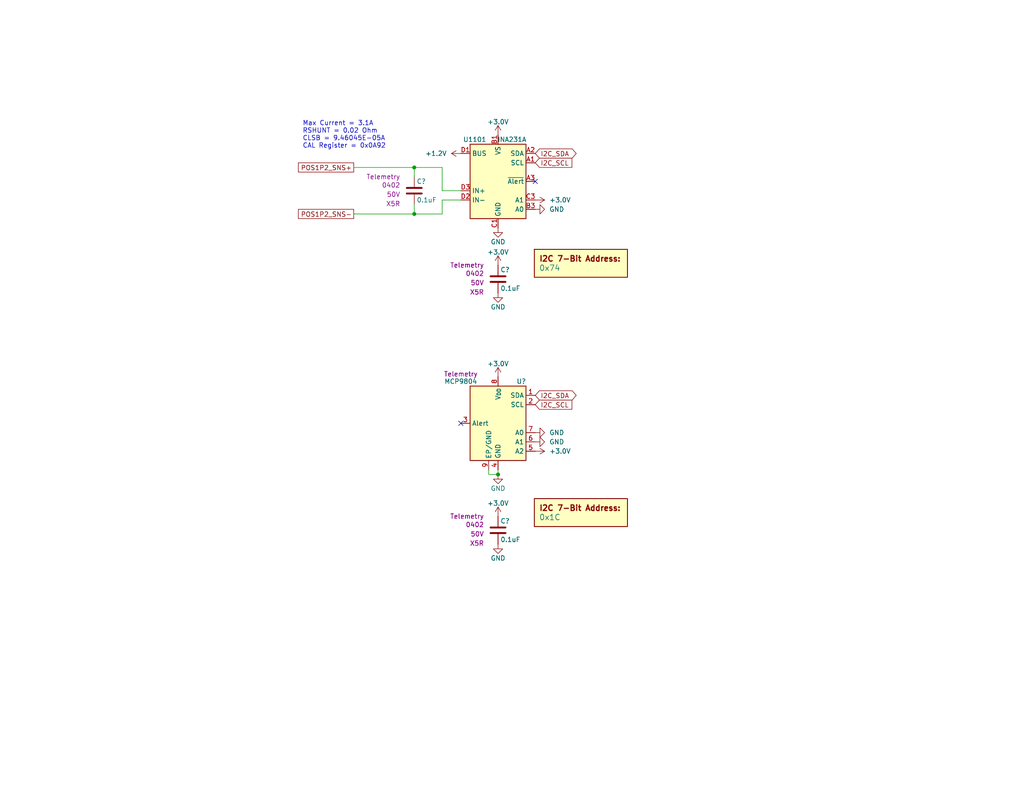
<source format=kicad_sch>
(kicad_sch (version 20231120) (generator "eeschema") (generator_version "8.0")
  (paper "A")
  (title_block (title "Thermal Camera") (date "2024-09-20") (rev "A") (company "Drew Maatman and Michael Laffin"))
  (lib_symbols
    (symbol "Custom Library:+1.2V" (power) (pin_names (offset 0))
      (property "Value" "+1.2V" (at 0 3.556 0))
      (symbol "+1.2V_0_1"
        (polyline (pts (xy -0.762 1.27) (xy 0 2.54)))
        (polyline (pts (xy 0 0) (xy 0 2.54)))
        (polyline (pts (xy 0 2.54) (xy 0.762 1.27)))
      )
      (symbol "+1.2V_1_1"
        (pin power_in line (at 0 0 90) (length 0) hide (name "+1.2V") (number "1"))
      )
    )
    (symbol "Custom Library:+3.0V" (power) (pin_names (offset 0))
      (property "Value" "+3.0V" (at 0 3.556 0))
      (symbol "+3.0V_0_1"
        (polyline (pts (xy -0.762 1.27) (xy 0 2.54)))
        (polyline (pts (xy 0 0) (xy 0 2.54)))
        (polyline (pts (xy 0 2.54) (xy 0.762 1.27)))
      )
      (symbol "+3.0V_1_1"
        (pin power_in line (at 0 0 90) (length 0) hide (name "+3.0V") (number "1"))
      )
    )
    (symbol "Custom Library:INA231A"
      (property "Reference" "U" (at -6.35 11.43 0))
      (property "Value" "INA231A" (at 3.81 11.43 0))
      (symbol "INA231A_0_1"
        (rectangle (start 7.62 10.16) (end -7.62 -10.16) (stroke (width 0.254)) (fill (type background)))
      )
      (symbol "INA231A_1_1"
        (pin input line (at 10.16 5.08 180) (length 2.54) (name "SCL") (number "A1"))
        (pin bidirectional line (at 10.16 7.62 180) (length 2.54) (name "SDA") (number "A2"))
        (pin open_collector line (at 10.16 0 180) (length 2.54) (name "~{Alert}") (number "A3"))
        (pin power_in line (at 0 12.7 270) (length 2.54) (name "VS") (number "B1"))
        (pin no_connect line (at 2.54 -12.7 90) (length 2.54) hide (name "NC") (number "B2"))
        (pin input line (at 10.16 -7.62 180) (length 2.54) (name "A0") (number "B3"))
        (pin power_in line (at 0 -12.7 90) (length 2.54) (name "GND") (number "C1"))
        (pin no_connect line (at 5.08 -12.7 90) (length 2.54) hide (name "NC") (number "C2"))
        (pin input line (at 10.16 -5.08 180) (length 2.54) (name "A1") (number "C3"))
        (pin input line (at -10.16 7.62 0) (length 2.54) (name "BUS") (number "D1"))
        (pin input line (at -10.16 -5.08 0) (length 2.54) (name "IN-") (number "D2"))
        (pin input line (at -10.16 -2.54 0) (length 2.54) (name "IN+") (number "D3"))
      )
    )
    (symbol "Custom_Library:C_Custom" (pin_numbers hide) (pin_names (offset 0.254))
      (property "Reference" "C" (at 0.635 2.54 0))
      (property "Value" "Custom_Library_C_Custom" (at 0.635 -2.54 0))
      (property "display_footprint" "Foot" (at -3.81 2.54 0))
      (property "Voltage" "V" (at -3.81 0 0))
      (property "Dielectric" "Er" (at -3.81 -2.54 0))
      (symbol "C_Custom_0_1"
        (polyline (pts (xy -2.032 -0.762) (xy 2.032 -0.762)) (stroke (width 0.508)))
        (polyline (pts (xy -2.032 0.762) (xy 2.032 0.762)) (stroke (width 0.508)))
      )
      (symbol "C_Custom_1_1"
        (pin passive line (at 0 3.81 270) (length 2.794) (name "~") (number "1"))
        (pin passive line (at 0 -3.81 90) (length 2.794) (name "~") (number "2"))
      )
    )
    (symbol "Custom_Library:I2C_Address" (pin_names (offset 1.016))
      (property "Value" "Custom_Library_I2C_Address" (at -11.43 0 0))
      (symbol "I2C_Address_0_0"
        (rectangle (start -12.7 5.08) (end 12.7 -2.54) (stroke (width 0.254)) (fill (type background)))
        (text "I2C 7-Bit Address:" (at -11.43 2.54 0) (effects (font (size 1.524 1.524) (bold yes)) (justify left)))
      )
    )
    (symbol "Sensor_Temperature:MCP9804_DFN"
      (property "Reference" "U" (at -6.35 11.43 0))
      (property "Value" "MCP9804_DFN" (at 10.16 11.43 0))
      (symbol "MCP9804_DFN_0_1"
        (rectangle (start -7.62 10.16) (end 7.62 -10.16) (stroke (width 0.254)) (fill (type background)))
      )
      (symbol "MCP9804_DFN_1_1"
        (pin bidirectional line (at -10.16 7.62 0) (length 2.54) (name "SDA") (number "1"))
        (pin input line (at -10.16 5.08 0) (length 2.54) (name "SCL") (number "2"))
        (pin output line (at 10.16 0 180) (length 2.54) (name "Alert") (number "3"))
        (pin power_in line (at 0 -12.7 90) (length 2.54) (name "GND") (number "4"))
        (pin input line (at -10.16 -7.62 0) (length 2.54) (name "A2") (number "5"))
        (pin input line (at -10.16 -5.08 0) (length 2.54) (name "A1") (number "6"))
        (pin input line (at -10.16 -2.54 0) (length 2.54) (name "A0") (number "7"))
        (pin power_in line (at 0 12.7 270) (length 2.54) (name "V_{DD}") (number "8"))
        (pin power_in line (at 2.54 -12.7 90) (length 2.54) (name "EP/GND") (number "9"))
      )
    )
    (symbol "power:GND" (power) (pin_names (offset 0))
      (property "Value" "GND" (at 0 -3.81 0))
      (symbol "GND_0_1"
        (polyline (pts (xy 0 0) (xy 0 -1.27) (xy 1.27 -1.27) (xy 0 -2.54) (xy -1.27 -1.27) (xy 0 -1.27)))
      )
      (symbol "GND_1_1"
        (pin power_in line (at 0 0 270) (length 0) hide (name "GND") (number "1"))
      )
    )
  )
  (junction (at 135.89 129.54))
  (junction (at 113.03 45.72))
  (junction (at 113.03 58.42))
  (no_connect (at 125.73 115.57))
  (no_connect (at 146.05 49.53))
  (wire (pts (xy 135.89 129.54) (xy 135.89 128.27)))
  (wire (pts (xy 120.65 54.61) (xy 120.65 58.42)))
  (wire (pts (xy 120.65 45.72) (xy 113.03 45.72)))
  (wire (pts (xy 113.03 55.88) (xy 113.03 58.42)))
  (wire (pts (xy 120.65 58.42) (xy 113.03 58.42)))
  (wire (pts (xy 135.89 129.54) (xy 133.35 129.54)))
  (wire (pts (xy 120.65 54.61) (xy 125.73 54.61)))
  (wire (pts (xy 125.73 52.07) (xy 120.65 52.07)))
  (wire (pts (xy 96.52 58.42) (xy 113.03 58.42)))
  (wire (pts (xy 113.03 48.26) (xy 113.03 45.72)))
  (wire (pts (xy 120.65 52.07) (xy 120.65 45.72)))
  (wire (pts (xy 96.52 45.72) (xy 113.03 45.72)))
  (wire (pts (xy 133.35 129.54) (xy 133.35 128.27)))
  (text "Max Current = 3.1A\nRSHUNT = 0.02 Ohm\nCLSB = 9.46045E-05A\nCAL Register = 0x0A92" (at 82.55 40.64 0) (effects (font (size 1.27 1.27)) (justify left bottom)))
  (global_label "I2C_SCL" (shape input) (at 146.05 110.49 0) (property "Intersheetrefs" "${INTERSHEET_REFS}" (effects (hide yes))))
  (global_label "POS1P2_SNS+" (shape passive) (at 96.52 45.72 180) (property "Intersheetrefs" "${INTERSHEET_REFS}" (effects (hide yes))))
  (global_label "I2C_SCL" (shape input) (at 146.05 44.45 0) (property "Intersheetrefs" "${INTERSHEET_REFS}" (effects (hide yes))))
  (global_label "POS1P2_SNS-" (shape passive) (at 96.52 58.42 180) (property "Intersheetrefs" "${INTERSHEET_REFS}" (effects (hide yes))))
  (global_label "I2C_SDA" (shape bidirectional) (at 146.05 107.95 0) (property "Intersheetrefs" "${INTERSHEET_REFS}" (effects (hide yes))))
  (global_label "I2C_SDA" (shape bidirectional) (at 146.05 41.91 0) (property "Intersheetrefs" "${INTERSHEET_REFS}" (effects (hide yes))))
  (symbol (lib_id "Custom Library:+3.0V") (at 146.05 54.61 270) (unit 1)
    (property "Reference" "#PWR01110" (effects (hide yes)))
    (property "Value" "+3.0V" (at 149.86 54.6099 90) (effects (justify left)))
  )
  (symbol (lib_id "Custom Library:+3.0V") (at 135.89 102.87 0) (unit 1)
    (property "Reference" "#PWR01106" (effects (hide yes)))
    (property "Value" "+3.0V" (at 135.89 99.314 0))
  )
  (symbol (lib_id "Custom Library:+3.0V") (at 135.89 140.97 0) (unit 1)
    (property "Reference" "#PWR01108" (effects (hide yes)))
    (property "Value" "+3.0V" (at 135.89 137.414 0))
  )
  (symbol (lib_id "Custom_Library:I2C_Address") (at 158.496 73.152 0) (unit 1)
    (property "Reference" "DOC?" (effects (hide yes)))
    (property "Value" "0x74" (at 147.066 73.152 0) (effects (font (size 1.524 1.524)) (justify left)))
    (instances (project "Nixie_Clock_Core" (path "" (reference "DOC?") (unit 1))) (project "LED_Panel_Controller" (path "" (reference "DOC?") (unit 1)) (path "" (reference "DOC?") (unit 1)) (path "" (reference "DOC?") (unit 1)) (path "" (reference "DOC?") (unit 1)) (path "" (reference "DOC?") (unit 1)) (path "" (reference "DOC?") (unit 1))) (project "Thermal_Camera" (path "" (reference "DOC1101") (unit 1))))
  )
  (symbol (lib_id "power:GND") (at 135.89 129.54 0) (mirror y) (unit 1)
    (property "Reference" "#PWR?" (effects (hide yes)))
    (property "Value" "GND" (at 135.89 133.35 0))
    (instances (project "Nixie_Clock_Core" (path "" (reference "#PWR?") (unit 1))) (project "LED_Panel_Controller" (path "" (reference "#PWR?") (unit 1)) (path "" (reference "#PWR?") (unit 1)) (path "" (reference "#PWR?") (unit 1)) (path "" (reference "#PWR?") (unit 1)) (path "" (reference "#PWR?") (unit 1)) (path "" (reference "#PWR?") (unit 1)) (path "" (reference "#PWR?") (unit 1))) (project "Thermal_Camera" (path "" (reference "#PWR01107") (unit 1))))
  )
  (symbol (lib_id "power:GND") (at 135.89 148.59 0) (unit 1)
    (property "Reference" "#PWR?" (effects (hide yes)))
    (property "Value" "GND" (at 135.89 152.4 0))
    (instances (project "Nixie_Clock_Core" (path "" (reference "#PWR?") (unit 1))) (project "LED_Panel_Controller" (path "" (reference "#PWR?") (unit 1)) (path "" (reference "#PWR?") (unit 1)) (path "" (reference "#PWR?") (unit 1)) (path "" (reference "#PWR?") (unit 1)) (path "" (reference "#PWR?") (unit 1)) (path "" (reference "#PWR?") (unit 1))) (project "Thermal_Camera" (path "" (reference "#PWR01109") (unit 1))))
  )
  (symbol (lib_id "Custom_Library:I2C_Address") (at 158.496 141.224 0) (unit 1)
    (property "Reference" "DOC?" (effects (hide yes)))
    (property "Value" "0x1C" (at 147.066 141.224 0) (effects (font (size 1.524 1.524)) (justify left)))
    (instances (project "Nixie_Clock_Core" (path "" (reference "DOC?") (unit 1))) (project "LED_Panel_Controller" (path "" (reference "DOC?") (unit 1)) (path "" (reference "DOC?") (unit 1)) (path "" (reference "DOC?") (unit 1)) (path "" (reference "DOC?") (unit 1)) (path "" (reference "DOC?") (unit 1)) (path "" (reference "DOC?") (unit 1))) (project "Thermal_Camera" (path "" (reference "DOC1102") (unit 1))))
  )
  (symbol (lib_id "Custom_Library:C_Custom") (at 135.89 76.2 0) (unit 1)
    (property "Reference" "C?" (at 136.525 73.66 0) (effects (justify left)))
    (property "Value" "0.1uF" (at 136.525 78.74 0) (effects (justify left)))
    (property "Footprint" "Capacitors_SMD:C_0402" (effects (hide yes)))
    (property "display_footprint" "0402" (at 132.08 74.676 0) (effects (justify right)))
    (property "Voltage" "50V" (at 132.08 77.216 0) (effects (justify right)))
    (property "Dielectric" "X5R" (at 132.08 79.756 0) (effects (justify right)))
    (property "Configuration" "Telemetry" (at 132.08 72.39 0) (effects (justify right)))
    (property "Digi-Key PN" "490-10697-1-ND" (effects (hide yes)))
    (instances (project "Nixie_Clock_Core" (path "" (reference "C?") (unit 1))) (project "LED_Panel_Controller" (path "" (reference "C?") (unit 1)) (path "" (reference "C?") (unit 1)) (path "" (reference "C?") (unit 1)) (path "" (reference "C?") (unit 1)) (path "" (reference "C?") (unit 1)) (path "" (reference "C?") (unit 1)) (path "" (reference "C?") (unit 1))) (project "Thermal_Camera" (path "" (reference "C1102") (unit 1))))
  )
  (symbol (lib_id "Custom Library:+3.0V") (at 146.05 123.19 270) (unit 1)
    (property "Reference" "#PWR01114" (effects (hide yes)))
    (property "Value" "+3.0V" (at 149.86 123.1899 90) (effects (justify left)))
  )
  (symbol (lib_id "Custom Library:+3.0V") (at 135.89 72.39 0) (unit 1)
    (property "Reference" "#PWR01104" (effects (hide yes)))
    (property "Value" "+3.0V" (at 135.89 68.834 0))
  )
  (symbol (lib_id "Custom Library:+3.0V") (at 135.89 36.83 0) (unit 1)
    (property "Reference" "#PWR01102" (effects (hide yes)))
    (property "Value" "+3.0V" (at 135.89 33.274 0))
  )
  (symbol (lib_id "Custom_Library:C_Custom") (at 113.03 52.07 0) (unit 1)
    (property "Reference" "C?" (at 113.665 49.53 0) (effects (justify left)))
    (property "Value" "0.1uF" (at 113.665 54.61 0) (effects (justify left)))
    (property "Footprint" "Capacitors_SMD:C_0402" (effects (hide yes)))
    (property "display_footprint" "0402" (at 109.22 50.546 0) (effects (justify right)))
    (property "Voltage" "50V" (at 109.22 53.086 0) (effects (justify right)))
    (property "Dielectric" "X5R" (at 109.22 55.626 0) (effects (justify right)))
    (property "Configuration" "Telemetry" (at 109.22 48.26 0) (effects (justify right)))
    (property "Digi-Key PN" "490-10697-1-ND" (effects (hide yes)))
    (instances (project "Nixie_Clock_Core" (path "" (reference "C?") (unit 1))) (project "LED_Panel_Controller" (path "" (reference "C?") (unit 1)) (path "" (reference "C?") (unit 1)) (path "" (reference "C?") (unit 1)) (path "" (reference "C?") (unit 1)) (path "" (reference "C?") (unit 1)) (path "" (reference "C?") (unit 1)) (path "" (reference "C?") (unit 1))) (project "Thermal_Camera" (path "" (reference "C1101") (unit 1))))
  )
  (symbol (lib_id "Custom Library:INA231A") (at 135.89 49.53 0) (unit 1)
    (property "Reference" "U1101" (at 129.54 38.1 0))
    (property "Value" "INA231A" (at 139.7 38.1 0))
    (property "Footprint" "Custom Footprints Library:Texas_DSBGA-12_1.65x1.39mm_Layout3x4_P0.4mm" (effects (hide yes)))
    (property "Datasheet" "http://www.ti.com/lit/ds/symlink/ina231.pdf" (effects (hide yes)))
    (property "Digi-Key PN" "296-41263-1-ND" (effects (hide yes)))
  )
  (symbol (lib_id "power:GND") (at 146.05 120.65 90) (mirror x) (unit 1)
    (property "Reference" "#PWR01113" (effects (hide yes)))
    (property "Value" "GND" (at 149.86 120.6499 90) (effects (justify right)))
  )
  (symbol (lib_id "power:GND") (at 146.05 118.11 90) (mirror x) (unit 1)
    (property "Reference" "#PWR01112" (effects (hide yes)))
    (property "Value" "GND" (at 149.86 118.1099 90) (effects (justify right)))
  )
  (symbol (lib_id "power:GND") (at 146.05 57.15 90) (unit 1)
    (property "Reference" "#PWR01111" (effects (hide yes)))
    (property "Value" "GND" (at 149.86 57.1499 90) (effects (justify right)))
  )
  (symbol (lib_id "Sensor_Temperature:MCP9804_DFN") (at 135.89 115.57 0) (mirror y) (unit 1)
    (property "Reference" "U?" (at 142.24 104.14 0))
    (property "Value" "MCP9804" (at 125.73 104.14 0))
    (property "Footprint" "Package_DFN_QFN:DFN-8-1EP_3x2mm_P0.5mm_EP1.3x1.5mm" (effects (hide yes)))
    (property "Datasheet" "http://ww1.microchip.com/downloads/en/DeviceDoc/22203b.pdf" (effects (hide yes)))
    (property "Digi-Key PN" "MCP9804T-E/MCCT-ND" (effects (hide yes)))
    (property "Configuration" "Telemetry" (at 125.73 102.108 0))
    (instances (project "Nixie_Clock_Core" (path "" (reference "U?") (unit 1))) (project "LED_Panel_Controller" (path "" (reference "U?") (unit 1)) (path "" (reference "U?") (unit 1)) (path "" (reference "U?") (unit 1)) (path "" (reference "U?") (unit 1)) (path "" (reference "U?") (unit 1)) (path "" (reference "U?") (unit 1)) (path "" (reference "U?") (unit 1))) (project "Thermal_Camera" (path "" (reference "U1102") (unit 1))))
  )
  (symbol (lib_id "power:GND") (at 135.89 80.01 0) (unit 1)
    (property "Reference" "#PWR?" (effects (hide yes)))
    (property "Value" "GND" (at 135.89 83.82 0))
    (instances (project "Nixie_Clock_Core" (path "" (reference "#PWR?") (unit 1))) (project "LED_Panel_Controller" (path "" (reference "#PWR?") (unit 1)) (path "" (reference "#PWR?") (unit 1)) (path "" (reference "#PWR?") (unit 1)) (path "" (reference "#PWR?") (unit 1)) (path "" (reference "#PWR?") (unit 1)) (path "" (reference "#PWR?") (unit 1))) (project "Thermal_Camera" (path "" (reference "#PWR01105") (unit 1))))
  )
  (symbol (lib_id "Custom Library:+1.2V") (at 125.73 41.91 90) (unit 1)
    (property "Reference" "#PWR01101" (effects (hide yes)))
    (property "Value" "+1.2V" (at 121.92 41.91 90) (effects (justify left)))
  )
  (symbol (lib_id "Custom_Library:C_Custom") (at 135.89 144.78 0) (unit 1)
    (property "Reference" "C?" (at 136.525 142.24 0) (effects (justify left)))
    (property "Value" "0.1uF" (at 136.525 147.32 0) (effects (justify left)))
    (property "Footprint" "Capacitors_SMD:C_0402" (effects (hide yes)))
    (property "display_footprint" "0402" (at 132.08 143.256 0) (effects (justify right)))
    (property "Voltage" "50V" (at 132.08 145.796 0) (effects (justify right)))
    (property "Dielectric" "X5R" (at 132.08 148.336 0) (effects (justify right)))
    (property "Configuration" "Telemetry" (at 132.08 140.97 0) (effects (justify right)))
    (property "Digi-Key PN" "490-10697-1-ND" (effects (hide yes)))
    (instances (project "Nixie_Clock_Core" (path "" (reference "C?") (unit 1))) (project "LED_Panel_Controller" (path "" (reference "C?") (unit 1)) (path "" (reference "C?") (unit 1)) (path "" (reference "C?") (unit 1)) (path "" (reference "C?") (unit 1)) (path "" (reference "C?") (unit 1)) (path "" (reference "C?") (unit 1)) (path "" (reference "C?") (unit 1))) (project "Thermal_Camera" (path "" (reference "C1103") (unit 1))))
  )
  (symbol (lib_id "power:GND") (at 135.89 62.23 0) (unit 1)
    (property "Reference" "#PWR?" (effects (hide yes)))
    (property "Value" "GND" (at 135.89 66.04 0))
    (instances (project "Nixie_Clock_Core" (path "" (reference "#PWR?") (unit 1))) (project "LED_Panel_Controller" (path "" (reference "#PWR?") (unit 1)) (path "" (reference "#PWR?") (unit 1)) (path "" (reference "#PWR?") (unit 1)) (path "" (reference "#PWR?") (unit 1)) (path "" (reference "#PWR?") (unit 1)) (path "" (reference "#PWR?") (unit 1))) (project "Thermal_Camera" (path "" (reference "#PWR01103") (unit 1))))
  )
)
</source>
